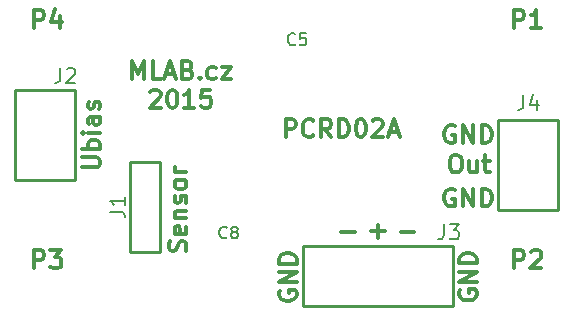
<source format=gbr>
G04 #@! TF.FileFunction,Legend,Top*
%FSLAX46Y46*%
G04 Gerber Fmt 4.6, Leading zero omitted, Abs format (unit mm)*
G04 Created by KiCad (PCBNEW 0.201503251001+5534~22~ubuntu14.04.1-product) date Čt 26. březen 2015, 00:25:57 CET*
%MOMM*%
G01*
G04 APERTURE LIST*
%ADD10C,0.100000*%
%ADD11C,0.300000*%
%ADD12C,0.254000*%
%ADD13C,0.203200*%
%ADD14C,0.304800*%
%ADD15C,0.150000*%
G04 APERTURE END LIST*
D10*
D11*
X12458737Y20470589D02*
X12458737Y21970589D01*
X12958737Y20899160D01*
X13458737Y21970589D01*
X13458737Y20470589D01*
X14887309Y20470589D02*
X14173023Y20470589D01*
X14173023Y21970589D01*
X15315880Y20899160D02*
X16030166Y20899160D01*
X15173023Y20470589D02*
X15673023Y21970589D01*
X16173023Y20470589D01*
X17173023Y21256303D02*
X17387309Y21184874D01*
X17458737Y21113446D01*
X17530166Y20970589D01*
X17530166Y20756303D01*
X17458737Y20613446D01*
X17387309Y20542017D01*
X17244451Y20470589D01*
X16673023Y20470589D01*
X16673023Y21970589D01*
X17173023Y21970589D01*
X17315880Y21899160D01*
X17387309Y21827731D01*
X17458737Y21684874D01*
X17458737Y21542017D01*
X17387309Y21399160D01*
X17315880Y21327731D01*
X17173023Y21256303D01*
X16673023Y21256303D01*
X18173023Y20613446D02*
X18244451Y20542017D01*
X18173023Y20470589D01*
X18101594Y20542017D01*
X18173023Y20613446D01*
X18173023Y20470589D01*
X19530166Y20542017D02*
X19387309Y20470589D01*
X19101595Y20470589D01*
X18958737Y20542017D01*
X18887309Y20613446D01*
X18815880Y20756303D01*
X18815880Y21184874D01*
X18887309Y21327731D01*
X18958737Y21399160D01*
X19101595Y21470589D01*
X19387309Y21470589D01*
X19530166Y21399160D01*
X20030166Y21470589D02*
X20815880Y21470589D01*
X20030166Y20470589D01*
X20815880Y20470589D01*
X13994452Y19427731D02*
X14065881Y19499160D01*
X14208738Y19570589D01*
X14565881Y19570589D01*
X14708738Y19499160D01*
X14780167Y19427731D01*
X14851595Y19284874D01*
X14851595Y19142017D01*
X14780167Y18927731D01*
X13923024Y18070589D01*
X14851595Y18070589D01*
X15780166Y19570589D02*
X15923023Y19570589D01*
X16065880Y19499160D01*
X16137309Y19427731D01*
X16208738Y19284874D01*
X16280166Y18999160D01*
X16280166Y18642017D01*
X16208738Y18356303D01*
X16137309Y18213446D01*
X16065880Y18142017D01*
X15923023Y18070589D01*
X15780166Y18070589D01*
X15637309Y18142017D01*
X15565880Y18213446D01*
X15494452Y18356303D01*
X15423023Y18642017D01*
X15423023Y18999160D01*
X15494452Y19284874D01*
X15565880Y19427731D01*
X15637309Y19499160D01*
X15780166Y19570589D01*
X17708737Y18070589D02*
X16851594Y18070589D01*
X17280166Y18070589D02*
X17280166Y19570589D01*
X17137309Y19356303D01*
X16994451Y19213446D01*
X16851594Y19142017D01*
X19065880Y19570589D02*
X18351594Y19570589D01*
X18280165Y18856303D01*
X18351594Y18927731D01*
X18494451Y18999160D01*
X18851594Y18999160D01*
X18994451Y18927731D01*
X19065880Y18856303D01*
X19137308Y18713446D01*
X19137308Y18356303D01*
X19065880Y18213446D01*
X18994451Y18142017D01*
X18851594Y18070589D01*
X18494451Y18070589D01*
X18351594Y18142017D01*
X18280165Y18213446D01*
X25440595Y15567269D02*
X25440595Y17067269D01*
X26012023Y17067269D01*
X26154881Y16995840D01*
X26226309Y16924411D01*
X26297738Y16781554D01*
X26297738Y16567269D01*
X26226309Y16424411D01*
X26154881Y16352983D01*
X26012023Y16281554D01*
X25440595Y16281554D01*
X27797738Y15710126D02*
X27726309Y15638697D01*
X27512023Y15567269D01*
X27369166Y15567269D01*
X27154881Y15638697D01*
X27012023Y15781554D01*
X26940595Y15924411D01*
X26869166Y16210126D01*
X26869166Y16424411D01*
X26940595Y16710126D01*
X27012023Y16852983D01*
X27154881Y16995840D01*
X27369166Y17067269D01*
X27512023Y17067269D01*
X27726309Y16995840D01*
X27797738Y16924411D01*
X29297738Y15567269D02*
X28797738Y16281554D01*
X28440595Y15567269D02*
X28440595Y17067269D01*
X29012023Y17067269D01*
X29154881Y16995840D01*
X29226309Y16924411D01*
X29297738Y16781554D01*
X29297738Y16567269D01*
X29226309Y16424411D01*
X29154881Y16352983D01*
X29012023Y16281554D01*
X28440595Y16281554D01*
X29940595Y15567269D02*
X29940595Y17067269D01*
X30297738Y17067269D01*
X30512023Y16995840D01*
X30654881Y16852983D01*
X30726309Y16710126D01*
X30797738Y16424411D01*
X30797738Y16210126D01*
X30726309Y15924411D01*
X30654881Y15781554D01*
X30512023Y15638697D01*
X30297738Y15567269D01*
X29940595Y15567269D01*
X31726309Y17067269D02*
X31869166Y17067269D01*
X32012023Y16995840D01*
X32083452Y16924411D01*
X32154881Y16781554D01*
X32226309Y16495840D01*
X32226309Y16138697D01*
X32154881Y15852983D01*
X32083452Y15710126D01*
X32012023Y15638697D01*
X31869166Y15567269D01*
X31726309Y15567269D01*
X31583452Y15638697D01*
X31512023Y15710126D01*
X31440595Y15852983D01*
X31369166Y16138697D01*
X31369166Y16495840D01*
X31440595Y16781554D01*
X31512023Y16924411D01*
X31583452Y16995840D01*
X31726309Y17067269D01*
X32797737Y16924411D02*
X32869166Y16995840D01*
X33012023Y17067269D01*
X33369166Y17067269D01*
X33512023Y16995840D01*
X33583452Y16924411D01*
X33654880Y16781554D01*
X33654880Y16638697D01*
X33583452Y16424411D01*
X32726309Y15567269D01*
X33654880Y15567269D01*
X34226308Y15995840D02*
X34940594Y15995840D01*
X34083451Y15567269D02*
X34583451Y17067269D01*
X35083451Y15567269D01*
X39746063Y11128440D02*
X39603206Y11199869D01*
X39388920Y11199869D01*
X39174635Y11128440D01*
X39031777Y10985583D01*
X38960349Y10842726D01*
X38888920Y10557011D01*
X38888920Y10342726D01*
X38960349Y10057011D01*
X39031777Y9914154D01*
X39174635Y9771297D01*
X39388920Y9699869D01*
X39531777Y9699869D01*
X39746063Y9771297D01*
X39817492Y9842726D01*
X39817492Y10342726D01*
X39531777Y10342726D01*
X40460349Y9699869D02*
X40460349Y11199869D01*
X41317492Y9699869D01*
X41317492Y11199869D01*
X42031778Y9699869D02*
X42031778Y11199869D01*
X42388921Y11199869D01*
X42603206Y11128440D01*
X42746064Y10985583D01*
X42817492Y10842726D01*
X42888921Y10557011D01*
X42888921Y10342726D01*
X42817492Y10057011D01*
X42746064Y9914154D01*
X42603206Y9771297D01*
X42388921Y9699869D01*
X42031778Y9699869D01*
X39746063Y16492920D02*
X39603206Y16564349D01*
X39388920Y16564349D01*
X39174635Y16492920D01*
X39031777Y16350063D01*
X38960349Y16207206D01*
X38888920Y15921491D01*
X38888920Y15707206D01*
X38960349Y15421491D01*
X39031777Y15278634D01*
X39174635Y15135777D01*
X39388920Y15064349D01*
X39531777Y15064349D01*
X39746063Y15135777D01*
X39817492Y15207206D01*
X39817492Y15707206D01*
X39531777Y15707206D01*
X40460349Y15064349D02*
X40460349Y16564349D01*
X41317492Y15064349D01*
X41317492Y16564349D01*
X42031778Y15064349D02*
X42031778Y16564349D01*
X42388921Y16564349D01*
X42603206Y16492920D01*
X42746064Y16350063D01*
X42817492Y16207206D01*
X42888921Y15921491D01*
X42888921Y15707206D01*
X42817492Y15421491D01*
X42746064Y15278634D01*
X42603206Y15135777D01*
X42388921Y15064349D01*
X42031778Y15064349D01*
X35171452Y7512857D02*
X36314309Y7512857D01*
X32687332Y7594137D02*
X33830189Y7594137D01*
X33258760Y7022709D02*
X33258760Y8165566D01*
X30162572Y7512857D02*
X31305429Y7512857D01*
X40204960Y2601103D02*
X40133531Y2458246D01*
X40133531Y2243960D01*
X40204960Y2029675D01*
X40347817Y1886817D01*
X40490674Y1815389D01*
X40776389Y1743960D01*
X40990674Y1743960D01*
X41276389Y1815389D01*
X41419246Y1886817D01*
X41562103Y2029675D01*
X41633531Y2243960D01*
X41633531Y2386817D01*
X41562103Y2601103D01*
X41490674Y2672532D01*
X40990674Y2672532D01*
X40990674Y2386817D01*
X41633531Y3315389D02*
X40133531Y3315389D01*
X41633531Y4172532D01*
X40133531Y4172532D01*
X41633531Y4886818D02*
X40133531Y4886818D01*
X40133531Y5243961D01*
X40204960Y5458246D01*
X40347817Y5601104D01*
X40490674Y5672532D01*
X40776389Y5743961D01*
X40990674Y5743961D01*
X41276389Y5672532D01*
X41419246Y5601104D01*
X41562103Y5458246D01*
X41633531Y5243961D01*
X41633531Y4886818D01*
X24944640Y2575703D02*
X24873211Y2432846D01*
X24873211Y2218560D01*
X24944640Y2004275D01*
X25087497Y1861417D01*
X25230354Y1789989D01*
X25516069Y1718560D01*
X25730354Y1718560D01*
X26016069Y1789989D01*
X26158926Y1861417D01*
X26301783Y2004275D01*
X26373211Y2218560D01*
X26373211Y2361417D01*
X26301783Y2575703D01*
X26230354Y2647132D01*
X25730354Y2647132D01*
X25730354Y2361417D01*
X26373211Y3289989D02*
X24873211Y3289989D01*
X26373211Y4147132D01*
X24873211Y4147132D01*
X26373211Y4861418D02*
X24873211Y4861418D01*
X24873211Y5218561D01*
X24944640Y5432846D01*
X25087497Y5575704D01*
X25230354Y5647132D01*
X25516069Y5718561D01*
X25730354Y5718561D01*
X26016069Y5647132D01*
X26158926Y5575704D01*
X26301783Y5432846D01*
X26373211Y5218561D01*
X26373211Y4861418D01*
X39704960Y14080229D02*
X39990674Y14080229D01*
X40133532Y14008800D01*
X40276389Y13865943D01*
X40347817Y13580229D01*
X40347817Y13080229D01*
X40276389Y12794514D01*
X40133532Y12651657D01*
X39990674Y12580229D01*
X39704960Y12580229D01*
X39562103Y12651657D01*
X39419246Y12794514D01*
X39347817Y13080229D01*
X39347817Y13580229D01*
X39419246Y13865943D01*
X39562103Y14008800D01*
X39704960Y14080229D01*
X41633532Y13580229D02*
X41633532Y12580229D01*
X40990675Y13580229D02*
X40990675Y12794514D01*
X41062103Y12651657D01*
X41204961Y12580229D01*
X41419246Y12580229D01*
X41562103Y12651657D01*
X41633532Y12723086D01*
X42133532Y13580229D02*
X42704961Y13580229D01*
X42347818Y14080229D02*
X42347818Y12794514D01*
X42419246Y12651657D01*
X42562104Y12580229D01*
X42704961Y12580229D01*
X16969823Y5903080D02*
X17041251Y6117366D01*
X17041251Y6474509D01*
X16969823Y6617366D01*
X16898394Y6688795D01*
X16755537Y6760223D01*
X16612680Y6760223D01*
X16469823Y6688795D01*
X16398394Y6617366D01*
X16326966Y6474509D01*
X16255537Y6188795D01*
X16184109Y6045937D01*
X16112680Y5974509D01*
X15969823Y5903080D01*
X15826966Y5903080D01*
X15684109Y5974509D01*
X15612680Y6045937D01*
X15541251Y6188795D01*
X15541251Y6545937D01*
X15612680Y6760223D01*
X16969823Y7974508D02*
X17041251Y7831651D01*
X17041251Y7545937D01*
X16969823Y7403080D01*
X16826966Y7331651D01*
X16255537Y7331651D01*
X16112680Y7403080D01*
X16041251Y7545937D01*
X16041251Y7831651D01*
X16112680Y7974508D01*
X16255537Y8045937D01*
X16398394Y8045937D01*
X16541251Y7331651D01*
X16041251Y8688794D02*
X17041251Y8688794D01*
X16184109Y8688794D02*
X16112680Y8760222D01*
X16041251Y8903080D01*
X16041251Y9117365D01*
X16112680Y9260222D01*
X16255537Y9331651D01*
X17041251Y9331651D01*
X16969823Y9974508D02*
X17041251Y10117365D01*
X17041251Y10403080D01*
X16969823Y10545937D01*
X16826966Y10617365D01*
X16755537Y10617365D01*
X16612680Y10545937D01*
X16541251Y10403080D01*
X16541251Y10188794D01*
X16469823Y10045937D01*
X16326966Y9974508D01*
X16255537Y9974508D01*
X16112680Y10045937D01*
X16041251Y10188794D01*
X16041251Y10403080D01*
X16112680Y10545937D01*
X17041251Y11474509D02*
X16969823Y11331651D01*
X16898394Y11260223D01*
X16755537Y11188794D01*
X16326966Y11188794D01*
X16184109Y11260223D01*
X16112680Y11331651D01*
X16041251Y11474509D01*
X16041251Y11688794D01*
X16112680Y11831651D01*
X16184109Y11903080D01*
X16326966Y11974509D01*
X16755537Y11974509D01*
X16898394Y11903080D01*
X16969823Y11831651D01*
X17041251Y11688794D01*
X17041251Y11474509D01*
X17041251Y12617366D02*
X16041251Y12617366D01*
X16326966Y12617366D02*
X16184109Y12688794D01*
X16112680Y12760223D01*
X16041251Y12903080D01*
X16041251Y13045937D01*
X8195571Y13008160D02*
X9409857Y13008160D01*
X9552714Y13079588D01*
X9624143Y13151017D01*
X9695571Y13293874D01*
X9695571Y13579588D01*
X9624143Y13722446D01*
X9552714Y13793874D01*
X9409857Y13865303D01*
X8195571Y13865303D01*
X9695571Y14579589D02*
X8195571Y14579589D01*
X8767000Y14579589D02*
X8695571Y14722446D01*
X8695571Y15008160D01*
X8767000Y15151017D01*
X8838429Y15222446D01*
X8981286Y15293875D01*
X9409857Y15293875D01*
X9552714Y15222446D01*
X9624143Y15151017D01*
X9695571Y15008160D01*
X9695571Y14722446D01*
X9624143Y14579589D01*
X9695571Y15936732D02*
X8695571Y15936732D01*
X8195571Y15936732D02*
X8267000Y15865303D01*
X8338429Y15936732D01*
X8267000Y16008160D01*
X8195571Y15936732D01*
X8338429Y15936732D01*
X9695571Y17293875D02*
X8909857Y17293875D01*
X8767000Y17222446D01*
X8695571Y17079589D01*
X8695571Y16793875D01*
X8767000Y16651018D01*
X9624143Y17293875D02*
X9695571Y17151018D01*
X9695571Y16793875D01*
X9624143Y16651018D01*
X9481286Y16579589D01*
X9338429Y16579589D01*
X9195571Y16651018D01*
X9124143Y16793875D01*
X9124143Y17151018D01*
X9052714Y17293875D01*
X9624143Y17936732D02*
X9695571Y18079589D01*
X9695571Y18365304D01*
X9624143Y18508161D01*
X9481286Y18579589D01*
X9409857Y18579589D01*
X9267000Y18508161D01*
X9195571Y18365304D01*
X9195571Y18151018D01*
X9124143Y18008161D01*
X8981286Y17936732D01*
X8909857Y17936732D01*
X8767000Y18008161D01*
X8695571Y18151018D01*
X8695571Y18365304D01*
X8767000Y18508161D01*
D12*
X7620000Y11938000D02*
X7620000Y19558000D01*
X7620000Y19558000D02*
X2540000Y19558000D01*
X2540000Y19558000D02*
X2540000Y14478000D01*
X7620000Y11938000D02*
X5080000Y11938000D01*
X2540000Y11938000D02*
X5080000Y11938000D01*
X2540000Y14478000D02*
X2540000Y11938000D01*
X29464000Y6350000D02*
X30734000Y6350000D01*
X26924000Y6350000D02*
X29464000Y6350000D01*
X39624000Y1270000D02*
X39624000Y6350000D01*
X37084000Y6350000D02*
X39624000Y6350000D01*
X37084000Y1270000D02*
X39624000Y1270000D01*
X37084000Y1270000D02*
X39624000Y1270000D01*
X37084000Y6350000D02*
X39624000Y6350000D01*
X39624000Y1270000D02*
X39624000Y6350000D01*
X35814000Y6350000D02*
X38354000Y6350000D01*
X32004000Y1270000D02*
X34544000Y1270000D01*
X32004000Y1270000D02*
X34544000Y1270000D01*
X35814000Y6350000D02*
X38354000Y6350000D01*
X35814000Y6350000D02*
X38354000Y6350000D01*
X34544000Y1270000D02*
X37084000Y1270000D01*
X34544000Y1270000D02*
X37084000Y1270000D01*
X35814000Y6350000D02*
X38354000Y6350000D01*
X26924000Y1270000D02*
X34544000Y1270000D01*
X38354000Y6350000D02*
X33274000Y6350000D01*
X26924000Y1270000D02*
X26924000Y3810000D01*
X26924000Y6350000D02*
X26924000Y3810000D01*
X33274000Y6350000D02*
X30734000Y6350000D01*
X48514000Y9398000D02*
X48514000Y17018000D01*
X48514000Y17018000D02*
X43434000Y17018000D01*
X43434000Y17018000D02*
X43434000Y11938000D01*
X48514000Y9398000D02*
X45974000Y9398000D01*
X43434000Y9398000D02*
X45974000Y9398000D01*
X43434000Y11938000D02*
X43434000Y9398000D01*
X14813280Y8407400D02*
X14813280Y13487400D01*
X14813280Y13487400D02*
X12273280Y13487400D01*
X12273280Y13487400D02*
X12273280Y8407400D01*
X12273280Y5867400D02*
X12273280Y8407400D01*
X12273280Y5867400D02*
X14813280Y5867400D01*
X14813280Y5867400D02*
X14813280Y8407400D01*
D13*
X6358467Y21416796D02*
X6358467Y20509653D01*
X6297991Y20328225D01*
X6177039Y20207272D01*
X5995610Y20146796D01*
X5874658Y20146796D01*
X6902753Y21295844D02*
X6963229Y21356320D01*
X7084181Y21416796D01*
X7386562Y21416796D01*
X7507515Y21356320D01*
X7567991Y21295844D01*
X7628467Y21174891D01*
X7628467Y21053939D01*
X7567991Y20872510D01*
X6842277Y20146796D01*
X7628467Y20146796D01*
X38850147Y8183396D02*
X38850147Y7276253D01*
X38789671Y7094825D01*
X38668719Y6973872D01*
X38487290Y6913396D01*
X38366338Y6913396D01*
X39333957Y8183396D02*
X40120147Y8183396D01*
X39696814Y7699587D01*
X39878242Y7699587D01*
X39999195Y7639110D01*
X40059671Y7578634D01*
X40120147Y7457682D01*
X40120147Y7155301D01*
X40059671Y7034349D01*
X39999195Y6973872D01*
X39878242Y6913396D01*
X39515385Y6913396D01*
X39394433Y6973872D01*
X39333957Y7034349D01*
X45555747Y19161276D02*
X45555747Y18254133D01*
X45495271Y18072705D01*
X45374319Y17951752D01*
X45192890Y17891276D01*
X45071938Y17891276D01*
X46704795Y18737943D02*
X46704795Y17891276D01*
X46402414Y19221752D02*
X46100033Y18314610D01*
X46886223Y18314610D01*
D14*
X44772943Y24786771D02*
X44772943Y26310771D01*
X45353515Y26310771D01*
X45498657Y26238200D01*
X45571229Y26165629D01*
X45643800Y26020486D01*
X45643800Y25802771D01*
X45571229Y25657629D01*
X45498657Y25585057D01*
X45353515Y25512486D01*
X44772943Y25512486D01*
X47095229Y24786771D02*
X46224372Y24786771D01*
X46659800Y24786771D02*
X46659800Y26310771D01*
X46514657Y26093057D01*
X46369515Y25947914D01*
X46224372Y25875343D01*
X44772943Y4466771D02*
X44772943Y5990771D01*
X45353515Y5990771D01*
X45498657Y5918200D01*
X45571229Y5845629D01*
X45643800Y5700486D01*
X45643800Y5482771D01*
X45571229Y5337629D01*
X45498657Y5265057D01*
X45353515Y5192486D01*
X44772943Y5192486D01*
X46224372Y5845629D02*
X46296943Y5918200D01*
X46442086Y5990771D01*
X46804943Y5990771D01*
X46950086Y5918200D01*
X47022657Y5845629D01*
X47095229Y5700486D01*
X47095229Y5555343D01*
X47022657Y5337629D01*
X46151800Y4466771D01*
X47095229Y4466771D01*
X4132943Y4466771D02*
X4132943Y5990771D01*
X4713515Y5990771D01*
X4858657Y5918200D01*
X4931229Y5845629D01*
X5003800Y5700486D01*
X5003800Y5482771D01*
X4931229Y5337629D01*
X4858657Y5265057D01*
X4713515Y5192486D01*
X4132943Y5192486D01*
X5511800Y5990771D02*
X6455229Y5990771D01*
X5947229Y5410200D01*
X6164943Y5410200D01*
X6310086Y5337629D01*
X6382657Y5265057D01*
X6455229Y5119914D01*
X6455229Y4757057D01*
X6382657Y4611914D01*
X6310086Y4539343D01*
X6164943Y4466771D01*
X5729515Y4466771D01*
X5584372Y4539343D01*
X5511800Y4611914D01*
X4132943Y24786771D02*
X4132943Y26310771D01*
X4713515Y26310771D01*
X4858657Y26238200D01*
X4931229Y26165629D01*
X5003800Y26020486D01*
X5003800Y25802771D01*
X4931229Y25657629D01*
X4858657Y25585057D01*
X4713515Y25512486D01*
X4132943Y25512486D01*
X6310086Y25802771D02*
X6310086Y24786771D01*
X5947229Y26383343D02*
X5584372Y25294771D01*
X6527800Y25294771D01*
D13*
X10561804Y9254067D02*
X11468947Y9254067D01*
X11650375Y9193591D01*
X11771328Y9072639D01*
X11831804Y8891210D01*
X11831804Y8770258D01*
X11831804Y10524067D02*
X11831804Y9798353D01*
X11831804Y10161210D02*
X10561804Y10161210D01*
X10743232Y10040258D01*
X10864185Y9919305D01*
X10924661Y9798353D01*
D15*
X26249334Y23452817D02*
X26201715Y23405198D01*
X26058858Y23357579D01*
X25963620Y23357579D01*
X25820762Y23405198D01*
X25725524Y23500436D01*
X25677905Y23595674D01*
X25630286Y23786150D01*
X25630286Y23929008D01*
X25677905Y24119484D01*
X25725524Y24214722D01*
X25820762Y24309960D01*
X25963620Y24357579D01*
X26058858Y24357579D01*
X26201715Y24309960D01*
X26249334Y24262341D01*
X27154096Y24357579D02*
X26677905Y24357579D01*
X26630286Y23881389D01*
X26677905Y23929008D01*
X26773143Y23976627D01*
X27011239Y23976627D01*
X27106477Y23929008D01*
X27154096Y23881389D01*
X27201715Y23786150D01*
X27201715Y23548055D01*
X27154096Y23452817D01*
X27106477Y23405198D01*
X27011239Y23357579D01*
X26773143Y23357579D01*
X26677905Y23405198D01*
X26630286Y23452817D01*
X20458134Y7085057D02*
X20410515Y7037438D01*
X20267658Y6989819D01*
X20172420Y6989819D01*
X20029562Y7037438D01*
X19934324Y7132676D01*
X19886705Y7227914D01*
X19839086Y7418390D01*
X19839086Y7561248D01*
X19886705Y7751724D01*
X19934324Y7846962D01*
X20029562Y7942200D01*
X20172420Y7989819D01*
X20267658Y7989819D01*
X20410515Y7942200D01*
X20458134Y7894581D01*
X21029562Y7561248D02*
X20934324Y7608867D01*
X20886705Y7656486D01*
X20839086Y7751724D01*
X20839086Y7799343D01*
X20886705Y7894581D01*
X20934324Y7942200D01*
X21029562Y7989819D01*
X21220039Y7989819D01*
X21315277Y7942200D01*
X21362896Y7894581D01*
X21410515Y7799343D01*
X21410515Y7751724D01*
X21362896Y7656486D01*
X21315277Y7608867D01*
X21220039Y7561248D01*
X21029562Y7561248D01*
X20934324Y7513629D01*
X20886705Y7466010D01*
X20839086Y7370771D01*
X20839086Y7180295D01*
X20886705Y7085057D01*
X20934324Y7037438D01*
X21029562Y6989819D01*
X21220039Y6989819D01*
X21315277Y7037438D01*
X21362896Y7085057D01*
X21410515Y7180295D01*
X21410515Y7370771D01*
X21362896Y7466010D01*
X21315277Y7513629D01*
X21220039Y7561248D01*
M02*

</source>
